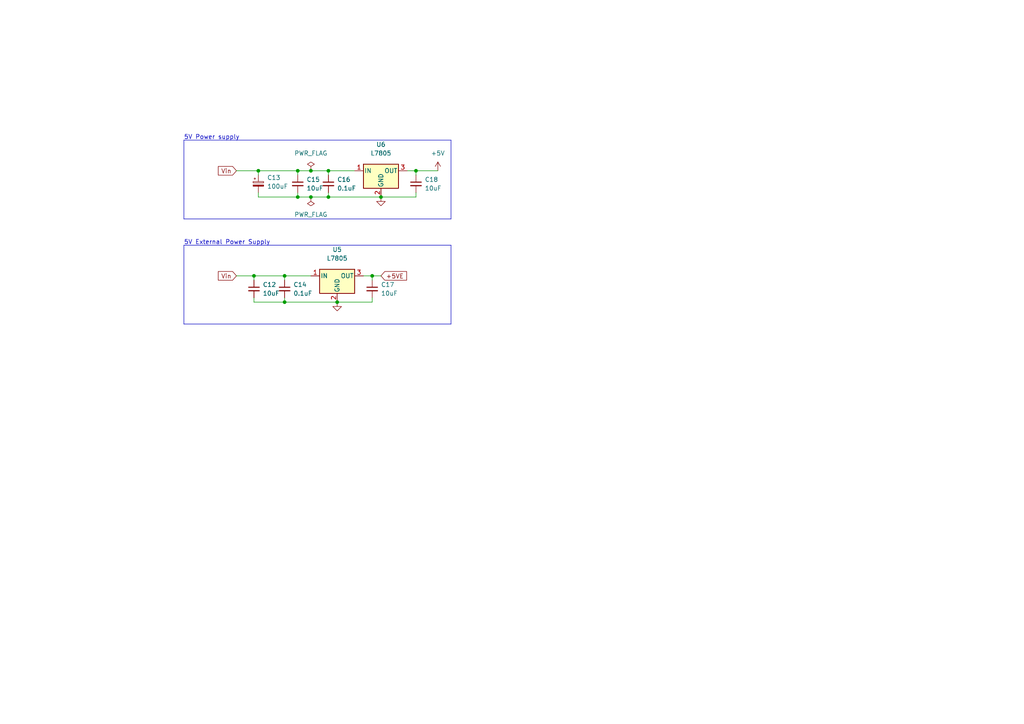
<source format=kicad_sch>
(kicad_sch (version 20230121) (generator eeschema)
  (paper "A4")
  (lib_symbols
    (symbol "Device:C_Polarized_Small" (pin_numbers hide) (pin_names (offset 0.254) hide)
      (property "Reference" "C" (at 0.254 1.778 0))
      (property "Value" "C_Polarized_Small" (at 0.254 -2.032 0))
      (symbol "C_Polarized_Small_0_1"
        (rectangle (start -1.524 -0.3048) (end 1.524 -0.6858) (fill (type outline)))
        (rectangle (start -1.524 0.6858) (end 1.524 0.3048))
        (polyline (pts (xy -1.27 1.524) (xy -0.762 1.524)))
        (polyline (pts (xy -1.016 1.27) (xy -1.016 1.778)))
      )
      (symbol "C_Polarized_Small_1_1"
        (pin passive line (at 0 2.54 270) (length 1.8542) (name "~") (number "1"))
        (pin passive line (at 0 -2.54 90) (length 1.8542) (name "~") (number "2"))
      )
    )
    (symbol "Device:C_Small" (pin_numbers hide) (pin_names (offset 0.254) hide)
      (property "Reference" "C" (at 0.254 1.778 0))
      (property "Value" "C_Small" (at 0.254 -2.032 0))
      (symbol "C_Small_0_1"
        (polyline (pts (xy -1.524 -0.508) (xy 1.524 -0.508)) (stroke (width 0.3302)))
        (polyline (pts (xy -1.524 0.508) (xy 1.524 0.508)) (stroke (width 0.3048)))
      )
      (symbol "C_Small_1_1"
        (pin passive line (at 0 2.54 270) (length 2.032) (name "~") (number "1"))
        (pin passive line (at 0 -2.54 90) (length 2.032) (name "~") (number "2"))
      )
    )
    (symbol "Regulator_Linear:L7805" (pin_names (offset 0.254))
      (property "Reference" "U" (at -3.81 3.175 0))
      (property "Value" "L7805" (at 0 3.175 0))
      (symbol "L7805_0_1"
        (rectangle (start -5.08 1.905) (end 5.08 -5.08) (stroke (width 0.254)) (fill (type background)))
      )
      (symbol "L7805_1_1"
        (pin power_in line (at -7.62 0 0) (length 2.54) (name "IN") (number "1"))
        (pin power_in line (at 0 -7.62 90) (length 2.54) (name "GND") (number "2"))
        (pin power_out line (at 7.62 0 180) (length 2.54) (name "OUT") (number "3"))
      )
    )
    (symbol "power:+5V" (power) (pin_names (offset 0))
      (property "Value" "+5V" (at 0 3.556 0))
      (symbol "+5V_0_1"
        (polyline (pts (xy -0.762 1.27) (xy 0 2.54)))
        (polyline (pts (xy 0 0) (xy 0 2.54)))
        (polyline (pts (xy 0 2.54) (xy 0.762 1.27)))
      )
      (symbol "+5V_1_1"
        (pin power_in line (at 0 0 90) (length 0) hide (name "+5V") (number "1"))
      )
    )
    (symbol "power:GND" (power) (pin_names (offset 0))
      (property "Value" "GND" (at 0 -3.81 0))
      (symbol "GND_0_1"
        (polyline (pts (xy 0 0) (xy 0 -1.27) (xy 1.27 -1.27) (xy 0 -2.54) (xy -1.27 -1.27) (xy 0 -1.27)))
      )
      (symbol "GND_1_1"
        (pin power_in line (at 0 0 270) (length 0) hide (name "GND") (number "1"))
      )
    )
    (symbol "power:PWR_FLAG" (power) (pin_numbers hide) (pin_names (offset 0) hide)
      (property "Value" "PWR_FLAG" (at 0 3.81 0))
      (symbol "PWR_FLAG_0_0"
        (pin power_out line (at 0 0 90) (length 0) (name "pwr") (number "1"))
      )
      (symbol "PWR_FLAG_0_1"
        (polyline (pts (xy 0 0) (xy 0 1.27) (xy -1.016 1.905) (xy 0 2.54) (xy 1.016 1.905) (xy 0 1.27)))
      )
    )
  )
  (junction (at 107.95 80.01))
  (junction (at 120.65 49.53))
  (junction (at 82.55 80.01))
  (junction (at 90.17 49.53))
  (junction (at 82.55 87.63))
  (junction (at 95.25 49.53))
  (junction (at 110.49 57.15))
  (junction (at 97.79 87.63))
  (junction (at 73.66 80.01))
  (junction (at 74.93 49.53))
  (junction (at 90.17 57.15))
  (junction (at 86.36 57.15))
  (junction (at 86.36 49.53))
  (junction (at 95.25 57.15))
  (wire (pts (xy 95.25 49.53) (xy 95.25 50.8)))
  (wire (pts (xy 74.93 49.53) (xy 86.36 49.53)))
  (polyline (pts (xy 130.81 71.12) (xy 130.81 93.98)))
  (polyline (pts (xy 53.34 71.12) (xy 53.34 93.98)))
  (polyline (pts (xy 130.81 40.64) (xy 130.81 63.5)))
  (polyline (pts (xy 53.34 40.64) (xy 130.81 40.64)))
  (wire (pts (xy 86.36 55.88) (xy 86.36 57.15)))
  (wire (pts (xy 82.55 80.01) (xy 90.17 80.01)))
  (wire (pts (xy 95.25 57.15) (xy 110.49 57.15)))
  (wire (pts (xy 95.25 55.88) (xy 95.25 57.15)))
  (wire (pts (xy 73.66 80.01) (xy 73.66 81.28)))
  (polyline (pts (xy 53.34 71.12) (xy 130.81 71.12)))
  (wire (pts (xy 90.17 49.53) (xy 95.25 49.53)))
  (wire (pts (xy 95.25 49.53) (xy 102.87 49.53)))
  (polyline (pts (xy 130.81 93.98) (xy 53.34 93.98)))
  (wire (pts (xy 107.95 80.01) (xy 107.95 81.28)))
  (wire (pts (xy 68.58 80.01) (xy 73.66 80.01)))
  (wire (pts (xy 82.55 87.63) (xy 97.79 87.63)))
  (wire (pts (xy 110.49 57.15) (xy 120.65 57.15)))
  (polyline (pts (xy 130.81 63.5) (xy 53.34 63.5)))
  (wire (pts (xy 97.79 87.63) (xy 107.95 87.63)))
  (wire (pts (xy 74.93 49.53) (xy 74.93 50.8)))
  (wire (pts (xy 73.66 87.63) (xy 82.55 87.63)))
  (wire (pts (xy 105.41 80.01) (xy 107.95 80.01)))
  (wire (pts (xy 120.65 49.53) (xy 120.65 50.8)))
  (wire (pts (xy 118.11 49.53) (xy 120.65 49.53)))
  (wire (pts (xy 82.55 86.36) (xy 82.55 87.63)))
  (wire (pts (xy 90.17 57.15) (xy 95.25 57.15)))
  (wire (pts (xy 82.55 80.01) (xy 82.55 81.28)))
  (wire (pts (xy 107.95 80.01) (xy 110.49 80.01)))
  (wire (pts (xy 86.36 57.15) (xy 90.17 57.15)))
  (wire (pts (xy 120.65 49.53) (xy 127 49.53)))
  (wire (pts (xy 73.66 86.36) (xy 73.66 87.63)))
  (wire (pts (xy 120.65 55.88) (xy 120.65 57.15)))
  (wire (pts (xy 74.93 55.88) (xy 74.93 57.15)))
  (wire (pts (xy 107.95 86.36) (xy 107.95 87.63)))
  (wire (pts (xy 90.17 49.53) (xy 86.36 49.53)))
  (polyline (pts (xy 53.34 40.64) (xy 53.34 63.5)))
  (wire (pts (xy 68.58 49.53) (xy 74.93 49.53)))
  (wire (pts (xy 73.66 80.01) (xy 82.55 80.01)))
  (wire (pts (xy 86.36 49.53) (xy 86.36 50.8)))
  (wire (pts (xy 74.93 57.15) (xy 86.36 57.15)))
  (text "5V External Power Supply" (at 53.34 71.12 0) (effects (font (size 1.27 1.27)) (justify left bottom)))
  (text "5V Power supply" (at 53.34 40.64 0) (effects (font (size 1.27 1.27)) (justify left bottom)))
  (global_label "Vin" (shape input) (at 68.58 49.53 180) (property "Intersheetrefs" "${INTERSHEET_REFS}" (effects hide)))
  (global_label "+5VE" (shape input) (at 110.49 80.01 0) (property "Intersheetrefs" "${INTERSHEET_REFS}" (effects hide)))
  (global_label "Vin" (shape input) (at 68.58 80.01 180) (property "Intersheetrefs" "${INTERSHEET_REFS}" (effects hide)))
  (symbol (lib_id "power:PWR_FLAG") (at 90.17 49.53 0) (unit 1)
    (property "Reference" "#FLG01" (effects hide))
    (property "Value" "PWR_FLAG" (at 90.17 44.45 0))
  )
  (symbol (lib_id "power:+5V") (at 127 49.53 0) (unit 1)
    (property "Reference" "#PWR042" (effects hide))
    (property "Value" "+5V" (at 127 44.45 0))
  )
  (symbol (lib_id "Regulator_Linear:L7805") (at 110.49 49.53 0) (unit 1)
    (property "Reference" "U6" (at 110.49 41.91 0))
    (property "Value" "L7805" (at 110.49 44.45 0))
    (property "Footprint" "Package_TO_SOT_SMD:TO-252-2" (effects hide))
    (property "Datasheet" "http://www.st.com/content/ccc/resource/technical/document/datasheet/41/4f/b3/b0/12/d4/47/88/CD00000444.pdf/files/CD00000444.pdf/jcr:content/translations/en.CD00000444.pdf" (effects hide))
    (property "LCSC" "C897464" (effects hide))
  )
  (symbol (lib_id "Device:C_Small") (at 107.95 83.82 0) (unit 1)
    (property "Reference" "C17" (at 110.49 82.5562 0) (effects (justify left)))
    (property "Value" "10uF" (at 110.49 85.09 0) (effects (justify left)))
    (property "Footprint" "Capacitor_SMD:C_0805_2012Metric" (effects hide))
    (property "Sim.Enable" "0" (effects hide))
    (property "LCSC" "C440198" (effects hide))
    (property "Sim.Device" "SPICE" (effects hide))
    (property "Sim.Params" "type=\"C\" model=\"10u\" lib=\"\"" (effects hide))
    (property "Sim.Pins" "1=1 2=2" (effects hide))
  )
  (symbol (lib_id "Device:C_Small") (at 120.65 53.34 0) (unit 1)
    (property "Reference" "C18" (at 123.19 52.0762 0) (effects (justify left)))
    (property "Value" "10uF" (at 123.19 54.61 0) (effects (justify left)))
    (property "Footprint" "Capacitor_SMD:C_0805_2012Metric" (effects hide))
    (property "Sim.Enable" "0" (effects hide))
    (property "LCSC" "C440198" (effects hide))
    (property "Sim.Device" "SPICE" (effects hide))
    (property "Sim.Params" "type=\"C\" model=\"10u\" lib=\"\"" (effects hide))
    (property "Sim.Pins" "1=1 2=2" (effects hide))
  )
  (symbol (lib_id "Device:C_Small") (at 95.25 53.34 0) (unit 1)
    (property "Reference" "C16" (at 97.79 52.0762 0) (effects (justify left)))
    (property "Value" "0.1uF" (at 97.79 54.6162 0) (effects (justify left)))
    (property "Footprint" "Capacitor_SMD:C_0402_1005Metric" (effects hide))
    (property "Sim.Enable" "0" (effects hide))
    (property "LCSC" "C307331" (effects hide))
    (property "Sim.Device" "SPICE" (effects hide))
    (property "Sim.Params" "type=\"C\" model=\"0.1u\" lib=\"\"" (effects hide))
    (property "Sim.Pins" "1=1 2=2" (effects hide))
  )
  (symbol (lib_id "Device:C_Small") (at 73.66 83.82 0) (unit 1)
    (property "Reference" "C12" (at 76.2 82.5562 0) (effects (justify left)))
    (property "Value" "10uF" (at 76.2 85.09 0) (effects (justify left)))
    (property "Footprint" "Capacitor_SMD:C_0805_2012Metric" (effects hide))
    (property "Sim.Enable" "0" (effects hide))
    (property "LCSC" "C440198" (effects hide))
    (property "Sim.Device" "SPICE" (effects hide))
    (property "Sim.Params" "type=\"C\" model=\"10u\" lib=\"\"" (effects hide))
    (property "Sim.Pins" "1=1 2=2" (effects hide))
  )
  (symbol (lib_id "Regulator_Linear:L7805") (at 97.79 80.01 0) (unit 1)
    (property "Reference" "U5" (at 97.79 72.39 0))
    (property "Value" "L7805" (at 97.79 74.93 0))
    (property "Footprint" "Package_TO_SOT_SMD:TO-252-2" (effects hide))
    (property "Datasheet" "http://www.st.com/content/ccc/resource/technical/document/datasheet/41/4f/b3/b0/12/d4/47/88/CD00000444.pdf/files/CD00000444.pdf/jcr:content/translations/en.CD00000444.pdf" (effects hide))
    (property "LCSC" "C897464" (effects hide))
  )
  (symbol (lib_id "power:PWR_FLAG") (at 90.17 57.15 180) (unit 1)
    (property "Reference" "#FLG02" (effects hide))
    (property "Value" "PWR_FLAG" (at 90.17 62.23 0))
  )
  (symbol (lib_id "Device:C_Small") (at 86.36 53.34 0) (unit 1)
    (property "Reference" "C15" (at 88.9 52.0762 0) (effects (justify left)))
    (property "Value" "10uF" (at 88.9 54.61 0) (effects (justify left)))
    (property "Footprint" "Capacitor_SMD:C_0805_2012Metric" (effects hide))
    (property "Sim.Enable" "0" (effects hide))
    (property "LCSC" "C440198" (effects hide))
    (property "Sim.Device" "SPICE" (effects hide))
    (property "Sim.Params" "type=\"C\" model=\"10u\" lib=\"\"" (effects hide))
    (property "Sim.Pins" "1=1 2=2" (effects hide))
  )
  (symbol (lib_id "power:GND") (at 97.79 87.63 0) (unit 1)
    (property "Reference" "#PWR040" (effects hide))
    (property "Value" "GND" (effects hide))
  )
  (symbol (lib_id "power:GND") (at 110.49 57.15 0) (unit 1)
    (property "Reference" "#PWR041" (effects hide))
    (property "Value" "GND" (effects hide))
  )
  (symbol (lib_id "Device:C_Small") (at 82.55 83.82 0) (unit 1)
    (property "Reference" "C14" (at 85.09 82.5562 0) (effects (justify left)))
    (property "Value" "0.1uF" (at 85.09 85.0962 0) (effects (justify left)))
    (property "Footprint" "Capacitor_SMD:C_0402_1005Metric" (effects hide))
    (property "Sim.Enable" "0" (effects hide))
    (property "LCSC" "C307331" (effects hide))
    (property "Sim.Device" "SPICE" (effects hide))
    (property "Sim.Params" "type=\"C\" model=\"0.1u\" lib=\"\"" (effects hide))
    (property "Sim.Pins" "1=1 2=2" (effects hide))
  )
  (symbol (lib_id "Device:C_Polarized_Small") (at 74.93 53.34 0) (unit 1)
    (property "Reference" "C13" (at 77.47 51.5238 0) (effects (justify left)))
    (property "Value" "100uF" (at 77.47 54.0638 0) (effects (justify left)))
    (property "Footprint" "Capacitor_SMD:C_Elec_6.3x7.7" (effects hide))
    (property "LCSC" "C2836437" (effects hide))
  )
)
</source>
